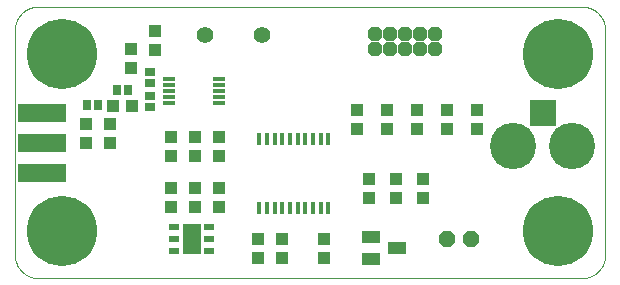
<source format=gts>
G75*
%MOIN*%
%OFA0B0*%
%FSLAX25Y25*%
%IPPOS*%
%LPD*%
%AMOC8*
5,1,8,0,0,1.08239X$1,22.5*
%
%ADD10C,0.00000*%
%ADD11R,0.04337X0.01384*%
%ADD12R,0.04337X0.04140*%
%ADD13C,0.05600*%
%ADD14OC8,0.05550*%
%ADD15R,0.04140X0.04337*%
%ADD16R,0.03550X0.02172*%
%ADD17R,0.06306X0.09849*%
%ADD18R,0.02723X0.03235*%
%ADD19R,0.03235X0.02723*%
%ADD20R,0.01600X0.04300*%
%ADD21R,0.05912X0.04337*%
%ADD22OC8,0.04762*%
%ADD23C,0.15424*%
%ADD24R,0.08668X0.08668*%
%ADD25R,0.16400X0.06400*%
%ADD26C,0.23400*%
D10*
X0010374Y0025790D02*
X0191476Y0025790D01*
X0191666Y0025792D01*
X0191856Y0025799D01*
X0192046Y0025811D01*
X0192236Y0025827D01*
X0192425Y0025847D01*
X0192614Y0025873D01*
X0192802Y0025902D01*
X0192989Y0025937D01*
X0193175Y0025976D01*
X0193360Y0026019D01*
X0193545Y0026067D01*
X0193728Y0026119D01*
X0193909Y0026175D01*
X0194089Y0026236D01*
X0194268Y0026302D01*
X0194445Y0026371D01*
X0194621Y0026445D01*
X0194794Y0026523D01*
X0194966Y0026606D01*
X0195135Y0026692D01*
X0195303Y0026782D01*
X0195468Y0026877D01*
X0195631Y0026975D01*
X0195791Y0027078D01*
X0195949Y0027184D01*
X0196104Y0027294D01*
X0196257Y0027407D01*
X0196407Y0027525D01*
X0196553Y0027646D01*
X0196697Y0027770D01*
X0196838Y0027898D01*
X0196976Y0028029D01*
X0197111Y0028164D01*
X0197242Y0028302D01*
X0197370Y0028443D01*
X0197494Y0028587D01*
X0197615Y0028733D01*
X0197733Y0028883D01*
X0197846Y0029036D01*
X0197956Y0029191D01*
X0198062Y0029349D01*
X0198165Y0029509D01*
X0198263Y0029672D01*
X0198358Y0029837D01*
X0198448Y0030005D01*
X0198534Y0030174D01*
X0198617Y0030346D01*
X0198695Y0030519D01*
X0198769Y0030695D01*
X0198838Y0030872D01*
X0198904Y0031051D01*
X0198965Y0031231D01*
X0199021Y0031412D01*
X0199073Y0031595D01*
X0199121Y0031780D01*
X0199164Y0031965D01*
X0199203Y0032151D01*
X0199238Y0032338D01*
X0199267Y0032526D01*
X0199293Y0032715D01*
X0199313Y0032904D01*
X0199329Y0033094D01*
X0199341Y0033284D01*
X0199348Y0033474D01*
X0199350Y0033664D01*
X0199350Y0108467D01*
X0199348Y0108657D01*
X0199341Y0108847D01*
X0199329Y0109037D01*
X0199313Y0109227D01*
X0199293Y0109416D01*
X0199267Y0109605D01*
X0199238Y0109793D01*
X0199203Y0109980D01*
X0199164Y0110166D01*
X0199121Y0110351D01*
X0199073Y0110536D01*
X0199021Y0110719D01*
X0198965Y0110900D01*
X0198904Y0111080D01*
X0198838Y0111259D01*
X0198769Y0111436D01*
X0198695Y0111612D01*
X0198617Y0111785D01*
X0198534Y0111957D01*
X0198448Y0112126D01*
X0198358Y0112294D01*
X0198263Y0112459D01*
X0198165Y0112622D01*
X0198062Y0112782D01*
X0197956Y0112940D01*
X0197846Y0113095D01*
X0197733Y0113248D01*
X0197615Y0113398D01*
X0197494Y0113544D01*
X0197370Y0113688D01*
X0197242Y0113829D01*
X0197111Y0113967D01*
X0196976Y0114102D01*
X0196838Y0114233D01*
X0196697Y0114361D01*
X0196553Y0114485D01*
X0196407Y0114606D01*
X0196257Y0114724D01*
X0196104Y0114837D01*
X0195949Y0114947D01*
X0195791Y0115053D01*
X0195631Y0115156D01*
X0195468Y0115254D01*
X0195303Y0115349D01*
X0195135Y0115439D01*
X0194966Y0115525D01*
X0194794Y0115608D01*
X0194621Y0115686D01*
X0194445Y0115760D01*
X0194268Y0115829D01*
X0194089Y0115895D01*
X0193909Y0115956D01*
X0193728Y0116012D01*
X0193545Y0116064D01*
X0193360Y0116112D01*
X0193175Y0116155D01*
X0192989Y0116194D01*
X0192802Y0116229D01*
X0192614Y0116258D01*
X0192425Y0116284D01*
X0192236Y0116304D01*
X0192046Y0116320D01*
X0191856Y0116332D01*
X0191666Y0116339D01*
X0191476Y0116341D01*
X0010374Y0116341D01*
X0010184Y0116339D01*
X0009994Y0116332D01*
X0009804Y0116320D01*
X0009614Y0116304D01*
X0009425Y0116284D01*
X0009236Y0116258D01*
X0009048Y0116229D01*
X0008861Y0116194D01*
X0008675Y0116155D01*
X0008490Y0116112D01*
X0008305Y0116064D01*
X0008122Y0116012D01*
X0007941Y0115956D01*
X0007761Y0115895D01*
X0007582Y0115829D01*
X0007405Y0115760D01*
X0007229Y0115686D01*
X0007056Y0115608D01*
X0006884Y0115525D01*
X0006715Y0115439D01*
X0006547Y0115349D01*
X0006382Y0115254D01*
X0006219Y0115156D01*
X0006059Y0115053D01*
X0005901Y0114947D01*
X0005746Y0114837D01*
X0005593Y0114724D01*
X0005443Y0114606D01*
X0005297Y0114485D01*
X0005153Y0114361D01*
X0005012Y0114233D01*
X0004874Y0114102D01*
X0004739Y0113967D01*
X0004608Y0113829D01*
X0004480Y0113688D01*
X0004356Y0113544D01*
X0004235Y0113398D01*
X0004117Y0113248D01*
X0004004Y0113095D01*
X0003894Y0112940D01*
X0003788Y0112782D01*
X0003685Y0112622D01*
X0003587Y0112459D01*
X0003492Y0112294D01*
X0003402Y0112126D01*
X0003316Y0111957D01*
X0003233Y0111785D01*
X0003155Y0111612D01*
X0003081Y0111436D01*
X0003012Y0111259D01*
X0002946Y0111080D01*
X0002885Y0110900D01*
X0002829Y0110719D01*
X0002777Y0110536D01*
X0002729Y0110351D01*
X0002686Y0110166D01*
X0002647Y0109980D01*
X0002612Y0109793D01*
X0002583Y0109605D01*
X0002557Y0109416D01*
X0002537Y0109227D01*
X0002521Y0109037D01*
X0002509Y0108847D01*
X0002502Y0108657D01*
X0002500Y0108467D01*
X0002500Y0033664D01*
X0002502Y0033474D01*
X0002509Y0033284D01*
X0002521Y0033094D01*
X0002537Y0032904D01*
X0002557Y0032715D01*
X0002583Y0032526D01*
X0002612Y0032338D01*
X0002647Y0032151D01*
X0002686Y0031965D01*
X0002729Y0031780D01*
X0002777Y0031595D01*
X0002829Y0031412D01*
X0002885Y0031231D01*
X0002946Y0031051D01*
X0003012Y0030872D01*
X0003081Y0030695D01*
X0003155Y0030519D01*
X0003233Y0030346D01*
X0003316Y0030174D01*
X0003402Y0030005D01*
X0003492Y0029837D01*
X0003587Y0029672D01*
X0003685Y0029509D01*
X0003788Y0029349D01*
X0003894Y0029191D01*
X0004004Y0029036D01*
X0004117Y0028883D01*
X0004235Y0028733D01*
X0004356Y0028587D01*
X0004480Y0028443D01*
X0004608Y0028302D01*
X0004739Y0028164D01*
X0004874Y0028029D01*
X0005012Y0027898D01*
X0005153Y0027770D01*
X0005297Y0027646D01*
X0005443Y0027525D01*
X0005593Y0027407D01*
X0005746Y0027294D01*
X0005901Y0027184D01*
X0006059Y0027078D01*
X0006219Y0026975D01*
X0006382Y0026877D01*
X0006547Y0026782D01*
X0006715Y0026692D01*
X0006884Y0026606D01*
X0007056Y0026523D01*
X0007229Y0026445D01*
X0007405Y0026371D01*
X0007582Y0026302D01*
X0007761Y0026236D01*
X0007941Y0026175D01*
X0008122Y0026119D01*
X0008305Y0026067D01*
X0008490Y0026019D01*
X0008675Y0025976D01*
X0008861Y0025937D01*
X0009048Y0025902D01*
X0009236Y0025873D01*
X0009425Y0025847D01*
X0009614Y0025827D01*
X0009804Y0025811D01*
X0009994Y0025799D01*
X0010184Y0025792D01*
X0010374Y0025790D01*
D11*
X0054070Y0084152D03*
X0054070Y0086121D03*
X0054070Y0088089D03*
X0054070Y0090058D03*
X0054070Y0092026D03*
X0070709Y0092026D03*
X0070709Y0090058D03*
X0070709Y0088089D03*
X0070709Y0086121D03*
X0070709Y0084152D03*
D12*
X0070500Y0072940D03*
X0062500Y0072940D03*
X0054500Y0072940D03*
X0054500Y0066640D03*
X0062500Y0066640D03*
X0070500Y0066640D03*
X0070500Y0055940D03*
X0062500Y0055940D03*
X0054500Y0055940D03*
X0054500Y0049640D03*
X0062500Y0049640D03*
X0070500Y0049640D03*
X0083500Y0038940D03*
X0091500Y0038940D03*
X0091500Y0032640D03*
X0083500Y0032640D03*
X0105500Y0032640D03*
X0105500Y0038940D03*
X0120500Y0052640D03*
X0129500Y0052640D03*
X0138500Y0052640D03*
X0138500Y0058940D03*
X0129500Y0058940D03*
X0120500Y0058940D03*
X0116500Y0075640D03*
X0116500Y0081940D03*
X0126500Y0081940D03*
X0136500Y0081940D03*
X0136500Y0075640D03*
X0126500Y0075640D03*
X0146500Y0075640D03*
X0146500Y0081940D03*
X0156500Y0081940D03*
X0156500Y0075640D03*
X0049406Y0101940D03*
X0041390Y0102239D03*
X0041390Y0095940D03*
X0049406Y0108239D03*
X0034390Y0077139D03*
X0026390Y0077239D03*
X0026390Y0070940D03*
X0034390Y0070840D03*
D13*
X0066000Y0106790D03*
X0085000Y0106790D03*
D14*
X0146563Y0038790D03*
X0154437Y0038790D03*
D15*
X0041539Y0083089D03*
X0035240Y0083089D03*
D16*
X0055594Y0042727D03*
X0055594Y0038790D03*
X0055594Y0034853D03*
X0067406Y0034853D03*
X0067406Y0038790D03*
X0067406Y0042727D03*
D17*
X0061500Y0038790D03*
D18*
X0030280Y0083589D03*
X0026500Y0083589D03*
X0036500Y0088589D03*
X0040280Y0088589D03*
D19*
X0047500Y0086680D03*
X0047500Y0082900D03*
X0047500Y0090900D03*
X0047500Y0094680D03*
D20*
X0083984Y0072277D03*
X0086543Y0072277D03*
X0089102Y0072277D03*
X0091661Y0072277D03*
X0094220Y0072277D03*
X0096780Y0072277D03*
X0099339Y0072277D03*
X0101898Y0072277D03*
X0104457Y0072277D03*
X0107016Y0072277D03*
X0107016Y0049303D03*
X0104457Y0049303D03*
X0101898Y0049303D03*
X0099339Y0049303D03*
X0096780Y0049303D03*
X0094220Y0049303D03*
X0091661Y0049303D03*
X0089102Y0049303D03*
X0086543Y0049303D03*
X0083984Y0049303D03*
D21*
X0121169Y0039530D03*
X0129831Y0035790D03*
X0121169Y0032050D03*
D22*
X0122500Y0102290D03*
X0127500Y0102290D03*
X0132500Y0102290D03*
X0137500Y0102290D03*
X0142500Y0102290D03*
X0142500Y0107290D03*
X0137500Y0107290D03*
X0132500Y0107290D03*
X0127500Y0107290D03*
X0122500Y0107290D03*
D23*
X0168657Y0069790D03*
X0188343Y0069790D03*
D24*
X0178500Y0080814D03*
D25*
X0011500Y0080790D03*
X0011500Y0070790D03*
X0011500Y0060790D03*
D26*
X0018248Y0041538D03*
X0018248Y0100593D03*
X0183602Y0100593D03*
X0183602Y0041538D03*
M02*

</source>
